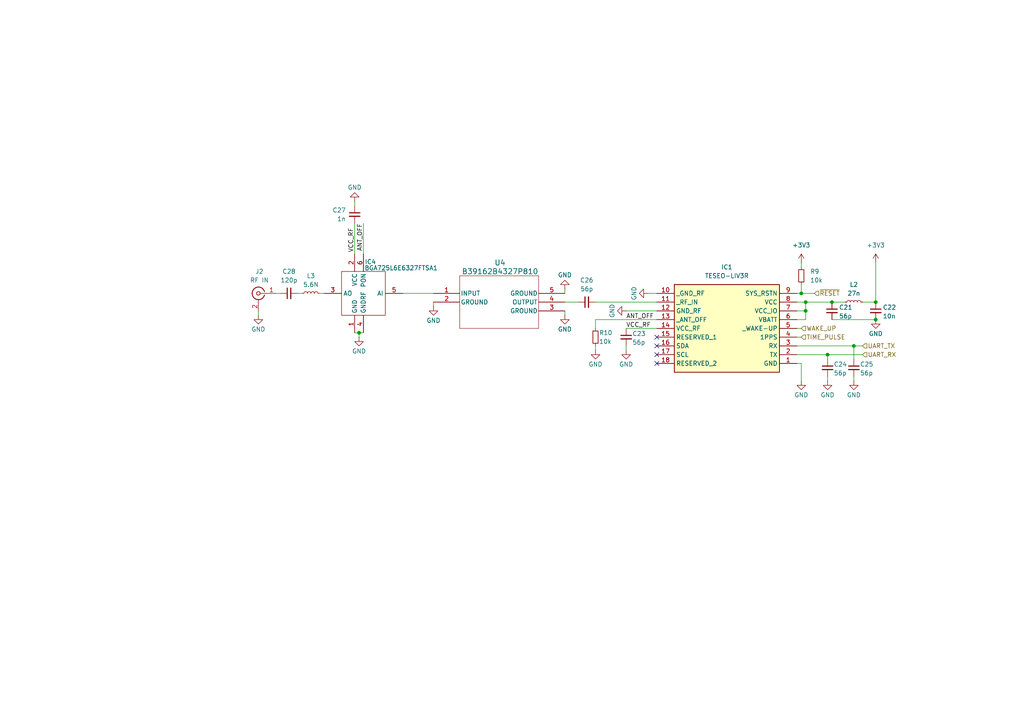
<source format=kicad_sch>
(kicad_sch (version 20231120) (generator "eeschema") (generator_version "8.0")
  (paper "A4")
  (lib_symbols
    (symbol "Connector:Conn_Coaxial" (pin_names (offset 1.016) hide)
      (property "Reference" "J" (at 0.254 3.048 0))
      (property "Value" "Conn_Coaxial" (at 2.921 0 90))
      (symbol "Conn_Coaxial_0_1"
        (arc (start -1.778 -0.508) (mid 0.2311 -1.8066) (end 1.778 0) (stroke (width 0.254)))
        (polyline (pts (xy -2.54 0) (xy -0.508 0)))
        (polyline (pts (xy 0 -2.54) (xy 0 -1.778)))
        (circle (center 0 0) (radius 0.508) (stroke (width 0.2032)))
        (arc (start 1.778 0) (mid 0.2099 1.8101) (end -1.778 0.508) (stroke (width 0.254)))
      )
      (symbol "Conn_Coaxial_1_1"
        (pin passive line (at -5.08 0 0) (length 2.54) (name "In") (number "1"))
        (pin passive line (at 0 -5.08 90) (length 2.54) (name "Ext") (number "2"))
      )
    )
    (symbol "Device:C_Small" (pin_numbers hide) (pin_names (offset 0.254) hide)
      (property "Reference" "C" (at 0.254 1.778 0))
      (property "Value" "C_Small" (at 0.254 -2.032 0))
      (symbol "C_Small_0_1"
        (polyline (pts (xy -1.524 -0.508) (xy 1.524 -0.508)) (stroke (width 0.3302)))
        (polyline (pts (xy -1.524 0.508) (xy 1.524 0.508)) (stroke (width 0.3048)))
      )
      (symbol "C_Small_1_1"
        (pin passive line (at 0 2.54 270) (length 2.032) (name "~") (number "1"))
        (pin passive line (at 0 -2.54 90) (length 2.032) (name "~") (number "2"))
      )
    )
    (symbol "Device:L_Small" (pin_numbers hide) (pin_names (offset 0.254) hide)
      (property "Reference" "L" (at 0.762 1.016 0))
      (property "Value" "L_Small" (at 0.762 -1.016 0))
      (symbol "L_Small_0_1"
        (arc (start 0 -2.032) (mid 0.5058 -1.524) (end 0 -1.016))
        (arc (start 0 -1.016) (mid 0.5058 -0.508) (end 0 0))
        (arc (start 0 0) (mid 0.5058 0.508) (end 0 1.016))
        (arc (start 0 1.016) (mid 0.5058 1.524) (end 0 2.032))
      )
      (symbol "L_Small_1_1"
        (pin passive line (at 0 2.54 270) (length 0.508) (name "~") (number "1"))
        (pin passive line (at 0 -2.54 90) (length 0.508) (name "~") (number "2"))
      )
    )
    (symbol "Device:R_Small" (pin_numbers hide) (pin_names (offset 0.254) hide)
      (property "Reference" "R" (at 0.762 0.508 0))
      (property "Value" "R_Small" (at 0.762 -1.016 0))
      (symbol "R_Small_0_1"
        (rectangle (start -0.762 1.778) (end 0.762 -1.778) (stroke (width 0.2032)))
      )
      (symbol "R_Small_1_1"
        (pin passive line (at 0 2.54 270) (length 0.762) (name "~") (number "1"))
        (pin passive line (at 0 -2.54 90) (length 0.762) (name "~") (number "2"))
      )
    )
    (symbol "power:+3V3" (power) (pin_numbers hide) (pin_names (offset 0) hide)
      (property "Value" "+3V3" (at 0 3.556 0))
      (symbol "+3V3_0_1"
        (polyline (pts (xy -0.762 1.27) (xy 0 2.54)))
        (polyline (pts (xy 0 0) (xy 0 2.54)))
        (polyline (pts (xy 0 2.54) (xy 0.762 1.27)))
      )
      (symbol "+3V3_1_1"
        (pin power_in line (at 0 0 90) (length 0) (name "~") (number "1"))
      )
    )
    (symbol "power:GND" (power) (pin_numbers hide) (pin_names (offset 0) hide)
      (property "Value" "GND" (at 0 -3.81 0))
      (symbol "GND_0_1"
        (polyline (pts (xy 0 0) (xy 0 -1.27) (xy 1.27 -1.27) (xy 0 -2.54) (xy -1.27 -1.27) (xy 0 -1.27)))
      )
      (symbol "GND_1_1"
        (pin power_in line (at 0 0 270) (length 0) (name "~") (number "1"))
      )
    )
    (symbol "sensor_fuser_symbol:B39162B4327P810" (pin_names (offset 0.254))
      (property "Reference" "U4" (at 25.4 10.16 0))
      (property "Value" "B39162B4327P810" (at 25.4 7.62 0))
      (symbol "B39162B4327P810_0_1"
        (polyline (pts (xy 7.62 -10.16) (xy 30.48 -10.16)) (stroke (width 0.127)))
        (polyline (pts (xy 7.62 5.08) (xy 7.62 -10.16)) (stroke (width 0.127)))
        (polyline (pts (xy 30.48 -10.16) (xy 30.48 5.08)) (stroke (width 0.127)))
        (polyline (pts (xy 30.48 5.08) (xy 7.62 5.08)) (stroke (width 0.127)))
        (pin input line (at 0 0 0) (length 7.62) (name "INPUT") (number "1"))
        (pin power_out line (at 0 -2.54 0) (length 7.62) (name "GROUND") (number "2"))
        (pin power_out line (at 38.1 -5.08 180) (length 7.62) (name "GROUND") (number "3"))
        (pin output line (at 38.1 -2.54 180) (length 7.62) (name "OUTPUT") (number "4"))
        (pin power_out line (at 38.1 0 180) (length 7.62) (name "GROUND") (number "5"))
      )
    )
    (symbol "sensor_fuser_symbol:BGA725L6E6327FTSA1"
      (property "Reference" "IC4" (at 16.002 5.334 0))
      (property "Value" "BGA725L6E6327FTSA1" (at 24.892 3.556 0))
      (symbol "BGA725L6E6327FTSA1_0_1"
        (rectangle (start 7.62 2.54) (end 20.32 -10.16))
      )
      (symbol "BGA725L6E6327FTSA1_1_1"
        (pin passive line (at 11.43 -15.24 90) (length 5.08) (name "GND") (number "1"))
        (pin passive line (at 11.43 7.62 270) (length 5.08) (name "VCC") (number "2"))
        (pin passive line (at 2.54 -3.81 0) (length 5.08) (name "AO") (number "3"))
        (pin passive line (at 13.97 -15.24 90) (length 5.08) (name "GNDRF") (number "4"))
        (pin passive line (at 25.4 -3.81 180) (length 5.08) (name "AI") (number "5"))
        (pin passive line (at 13.97 7.62 270) (length 5.08) (name "PON") (number "6"))
      )
    )
    (symbol "sensor_fuser_symbol:TESEO-LIV3R"
      (property "Reference" "IC" (at 36.83 7.62 0))
      (property "Value" "TESEO-LIV3R" (at 36.83 5.08 0))
      (symbol "TESEO-LIV3R_1_1"
        (rectangle (start 5.08 2.54) (end 35.56 -22.86) (stroke (width 0.254)) (fill (type background)))
        (pin passive line (at 40.64 -20.32 180) (length 5.08) (name "GND") (number "1"))
        (pin passive line (at 0 0 0) (length 5.08) (name "_GND_RF") (number "10"))
        (pin passive line (at 0 -2.54 0) (length 5.08) (name "_RF_IN") (number "11"))
        (pin passive line (at 0 -5.08 0) (length 5.08) (name "GND_RF") (number "12"))
        (pin passive line (at 0 -7.62 0) (length 5.08) (name "_ANT_OFF") (number "13"))
        (pin passive line (at 0 -10.16 0) (length 5.08) (name "VCC_RF") (number "14"))
        (pin passive line (at 0 -12.7 0) (length 5.08) (name "RESERVED_1") (number "15"))
        (pin passive line (at 0 -15.24 0) (length 5.08) (name "SDA") (number "16"))
        (pin passive line (at 0 -17.78 0) (length 5.08) (name "SCL") (number "17"))
        (pin passive line (at 0 -20.32 0) (length 5.08) (name "RESERVED_2") (number "18"))
        (pin passive line (at 40.64 -17.78 180) (length 5.08) (name "TX") (number "2"))
        (pin passive line (at 40.64 -15.24 180) (length 5.08) (name "RX") (number "3"))
        (pin passive line (at 40.64 -12.7 180) (length 5.08) (name "1PPS") (number "4"))
        (pin passive line (at 40.64 -10.16 180) (length 5.08) (name "_WAKE-UP") (number "5"))
        (pin passive line (at 40.64 -7.62 180) (length 5.08) (name "VBATT") (number "6"))
        (pin passive line (at 40.64 -5.08 180) (length 5.08) (name "VCC_IO") (number "7"))
        (pin passive line (at 40.64 -2.54 180) (length 5.08) (name "VCC") (number "8"))
        (pin passive line (at 40.64 0 180) (length 5.08) (name "SYS_RSTN") (number "9"))
      )
    )
  )
  (junction (at 104.14 96.52))
  (junction (at 254 92.71))
  (junction (at 233.68 90.17))
  (junction (at 232.41 85.09))
  (junction (at 241.3 87.63))
  (junction (at 254 87.63))
  (junction (at 247.65 100.33))
  (junction (at 240.03 102.87))
  (junction (at 233.68 87.63))
  (no_connect (at 190.5 100.33))
  (no_connect (at 190.5 97.79))
  (no_connect (at 190.5 102.87))
  (no_connect (at 190.5 105.41))
  (wire (pts (xy 181.61 101.6) (xy 181.61 100.33)))
  (wire (pts (xy 232.41 82.55) (xy 232.41 85.09)))
  (wire (pts (xy 125.73 88.9) (xy 125.73 87.63)))
  (wire (pts (xy 86.36 85.09) (xy 87.63 85.09)))
  (wire (pts (xy 92.71 85.09) (xy 93.98 85.09)))
  (wire (pts (xy 172.72 95.25) (xy 172.72 92.71)))
  (wire (pts (xy 104.14 96.52) (xy 105.41 96.52)))
  (wire (pts (xy 80.01 85.09) (xy 81.28 85.09)))
  (wire (pts (xy 187.96 85.09) (xy 190.5 85.09)))
  (wire (pts (xy 233.68 87.63) (xy 231.14 87.63)))
  (wire (pts (xy 233.68 87.63) (xy 241.3 87.63)))
  (wire (pts (xy 247.65 110.49) (xy 247.65 109.22)))
  (wire (pts (xy 231.14 92.71) (xy 233.68 92.71)))
  (wire (pts (xy 163.83 91.44) (xy 163.83 90.17)))
  (wire (pts (xy 105.41 64.77) (xy 105.41 73.66)))
  (wire (pts (xy 102.87 96.52) (xy 104.14 96.52)))
  (wire (pts (xy 231.14 102.87) (xy 240.03 102.87)))
  (wire (pts (xy 250.19 100.33) (xy 247.65 100.33)))
  (wire (pts (xy 240.03 102.87) (xy 240.03 104.14)))
  (wire (pts (xy 231.14 100.33) (xy 247.65 100.33)))
  (wire (pts (xy 181.61 90.17) (xy 190.5 90.17)))
  (wire (pts (xy 172.72 87.63) (xy 190.5 87.63)))
  (wire (pts (xy 240.03 110.49) (xy 240.03 109.22)))
  (wire (pts (xy 240.03 102.87) (xy 250.19 102.87)))
  (wire (pts (xy 172.72 92.71) (xy 190.5 92.71)))
  (wire (pts (xy 163.83 83.82) (xy 163.83 85.09)))
  (wire (pts (xy 102.87 64.77) (xy 102.87 73.66)))
  (wire (pts (xy 104.14 96.52) (xy 104.14 97.79)))
  (wire (pts (xy 116.84 85.09) (xy 125.73 85.09)))
  (wire (pts (xy 233.68 90.17) (xy 233.68 87.63)))
  (wire (pts (xy 172.72 101.6) (xy 172.72 100.33)))
  (wire (pts (xy 163.83 87.63) (xy 167.64 87.63)))
  (wire (pts (xy 232.41 85.09) (xy 231.14 85.09)))
  (wire (pts (xy 245.11 87.63) (xy 241.3 87.63)))
  (wire (pts (xy 231.14 90.17) (xy 233.68 90.17)))
  (wire (pts (xy 181.61 95.25) (xy 190.5 95.25)))
  (wire (pts (xy 102.87 58.42) (xy 102.87 59.69)))
  (wire (pts (xy 233.68 92.71) (xy 233.68 90.17)))
  (wire (pts (xy 232.41 105.41) (xy 231.14 105.41)))
  (wire (pts (xy 236.22 85.09) (xy 232.41 85.09)))
  (wire (pts (xy 232.41 110.49) (xy 232.41 105.41)))
  (wire (pts (xy 232.41 76.2) (xy 232.41 77.47)))
  (wire (pts (xy 232.41 95.25) (xy 231.14 95.25)))
  (wire (pts (xy 74.93 91.44) (xy 74.93 90.17)))
  (wire (pts (xy 241.3 92.71) (xy 254 92.71)))
  (wire (pts (xy 250.19 87.63) (xy 254 87.63)))
  (wire (pts (xy 232.41 97.79) (xy 231.14 97.79)))
  (wire (pts (xy 247.65 100.33) (xy 247.65 104.14)))
  (wire (pts (xy 254 76.2) (xy 254 87.63)))
  (label "ANT_OFF" (at 181.61 92.71 0))
  (label "VCC_RF" (at 181.61 95.25 0))
  (label "ANT_OFF" (at 105.41 64.77 270))
  (label "VCC_RF" (at 102.87 66.04 270))
  (hierarchical_label "UART_RX" (shape input) (at 250.19 102.87 0))
  (hierarchical_label "TIME_PULSE" (shape input) (at 232.41 97.79 0))
  (hierarchical_label "WAKE_UP" (shape input) (at 232.41 95.25 0))
  (hierarchical_label "~{RESET}" (shape input) (at 236.22 85.09 0))
  (hierarchical_label "UART_TX" (shape input) (at 250.19 100.33 0))
  (symbol (lib_id "Device:C_Small") (at 102.87 62.23 0) (unit 1)
    (property "Reference" "C27" (at 100.33 60.9662 0) (effects (justify right)))
    (property "Value" "1n" (at 100.33 63.5062 0) (effects (justify right)))
    (property "Footprint" "Capacitor_SMD:C_0402_1005Metric_Pad0.74x0.62mm_HandSolder" (effects (hide yes)))
    (property "Description" "Unpolarized capacitor, small symbol" (effects (hide yes)))
  )
  (symbol (lib_id "power:+3V3") (at 254 76.2 0) (unit 1)
    (property "Reference" "#PWR048" (effects (hide yes)))
    (property "Value" "+3V3" (at 254 71.12 0))
    (property "Description" "Power symbol creates a global label with name \"+3V3\"" (effects (hide yes)))
  )
  (symbol (lib_id "power:+3V3") (at 232.41 76.2 0) (unit 1)
    (property "Reference" "#PWR067" (effects (hide yes)))
    (property "Value" "+3V3" (at 232.41 71.12 0))
    (property "Description" "Power symbol creates a global label with name \"+3V3\"" (effects (hide yes)))
  )
  (symbol (lib_id "Connector:Conn_Coaxial") (at 74.93 85.09 0) (mirror y) (unit 1)
    (property "Reference" "J2" (at 75.2474 78.74 0))
    (property "Value" "RF IN" (at 75.2474 81.28 0))
    (property "Description" "coaxial connector (BNC, SMA, SMB, SMC, Cinch/RCA, LEMO, ...)" (effects (hide yes)))
  )
  (symbol (lib_id "power:GND") (at 172.72 101.6 0) (unit 1)
    (property "Reference" "#PWR068" (effects (hide yes)))
    (property "Value" "GND" (at 172.72 105.664 0))
    (property "Description" "Power symbol creates a global label with name \"GND\" , ground" (effects (hide yes)))
  )
  (symbol (lib_id "power:GND") (at 102.87 58.42 180) (unit 1)
    (property "Reference" "#PWR073" (effects (hide yes)))
    (property "Value" "GND" (at 102.87 54.356 0))
    (property "Description" "Power symbol creates a global label with name \"GND\" , ground" (effects (hide yes)))
  )
  (symbol (lib_id "Device:C_Small") (at 247.65 106.68 0) (unit 1)
    (property "Reference" "C25" (at 249.428 105.664 0) (effects (justify left)))
    (property "Value" "56p" (at 249.428 108.204 0) (effects (justify left)))
    (property "Footprint" "Capacitor_SMD:C_0402_1005Metric_Pad0.74x0.62mm_HandSolder" (effects (hide yes)))
    (property "Description" "Unpolarized capacitor, small symbol" (effects (hide yes)))
  )
  (symbol (lib_id "power:GND") (at 181.61 90.17 270) (unit 1)
    (property "Reference" "#PWR062" (effects (hide yes)))
    (property "Value" "GND" (at 177.546 90.17 0))
    (property "Description" "Power symbol creates a global label with name \"GND\" , ground" (effects (hide yes)))
  )
  (symbol (lib_id "Device:C_Small") (at 254 90.17 0) (unit 1)
    (property "Reference" "C22" (at 256.032 89.154 0) (effects (justify left)))
    (property "Value" "10n" (at 256.032 91.694 0) (effects (justify left)))
    (property "Footprint" "Capacitor_SMD:C_0402_1005Metric_Pad0.74x0.62mm_HandSolder" (effects (hide yes)))
    (property "Description" "Unpolarized capacitor, small symbol" (effects (hide yes)))
  )
  (symbol (lib_id "Device:R_Small") (at 232.41 80.01 0) (unit 1)
    (property "Reference" "R9" (at 234.95 78.7399 0) (effects (justify left)))
    (property "Value" "10k" (at 234.95 81.2799 0) (effects (justify left)))
    (property "Footprint" "Resistor_SMD:R_0402_1005Metric_Pad0.72x0.64mm_HandSolder" (effects (hide yes)))
    (property "Description" "Resistor, small symbol" (effects (hide yes)))
  )
  (symbol (lib_id "power:GND") (at 163.83 91.44 0) (unit 1)
    (property "Reference" "#PWR070" (effects (hide yes)))
    (property "Value" "GND" (at 163.83 95.504 0))
    (property "Description" "Power symbol creates a global label with name \"GND\" , ground" (effects (hide yes)))
  )
  (symbol (lib_id "power:GND") (at 187.96 85.09 270) (unit 1)
    (property "Reference" "#PWR061" (effects (hide yes)))
    (property "Value" "GND" (at 183.896 85.09 0))
    (property "Description" "Power symbol creates a global label with name \"GND\" , ground" (effects (hide yes)))
  )
  (symbol (lib_id "sensor_fuser_symbol:BGA725L6E6327FTSA1") (at 91.44 81.28 0) (unit 1)
    (property "Reference" "IC4" (at 107.442 75.946 0))
    (property "Value" "BGA725L6E6327FTSA1" (at 116.332 77.724 0))
    (property "Footprint" "sensor_fuser:BGS12SN6E6327XTSA1" (effects (hide yes)))
    (property "Datasheet" "https://www.infineon.com/dgdl/Infineon-BGA725L6-DS-v02_00-en.pdf?fileId=db3a30433784a0400137ef9a4d341f23" (effects (hide yes)))
    (property "Description" "INFINEON - BGA725L6E6327FTSA1 - RF AMP, 20DB, 1.615GHZ, 3.6V, TSLP-6" (effects (hide yes)))
    (property "Manufacturer_Name" "Infineon" (effects (hide yes)))
    (property "Manufacturer_Part_Number" "BGA725L6E6327FTSA1" (effects (hide yes)))
    (property "Mouser Part Number" "726-BGA725L6E6327FTS" (effects (hide yes)))
    (property "Mouser Price/Stock" "https://www.mouser.co.uk/ProductDetail/Infineon-Technologies/BGA725L6E6327FTSA1?qs=4MqXaUMeF57lT69yR2PUGQ%3D%3D" (effects (hide yes)))
    (property "Arrow Part Number" "BGA725L6E6327FTSA1" (effects (hide yes)))
    (property "Arrow Price/Stock" "https://www.arrow.com/en/products/bga725l6e6327ftsa1/infineon-technologies-ag?region=nac" (effects (hide yes)))
  )
  (symbol (lib_id "power:GND") (at 254 92.71 0) (unit 1)
    (property "Reference" "#PWR049" (effects (hide yes)))
    (property "Value" "GND" (at 254 96.774 0))
    (property "Description" "Power symbol creates a global label with name \"GND\" , ground" (effects (hide yes)))
  )
  (symbol (lib_id "Device:C_Small") (at 240.03 106.68 0) (unit 1)
    (property "Reference" "C24" (at 241.808 105.664 0) (effects (justify left)))
    (property "Value" "56p" (at 241.808 108.204 0) (effects (justify left)))
    (property "Footprint" "Capacitor_SMD:C_0402_1005Metric_Pad0.74x0.62mm_HandSolder" (effects (hide yes)))
    (property "Description" "Unpolarized capacitor, small symbol" (effects (hide yes)))
  )
  (symbol (lib_id "Device:C_Small") (at 83.82 85.09 90) (unit 1)
    (property "Reference" "C28" (at 83.8263 78.74 90))
    (property "Value" "120p" (at 83.8263 81.28 90))
    (property "Footprint" "Capacitor_SMD:C_0402_1005Metric_Pad0.74x0.62mm_HandSolder" (effects (hide yes)))
    (property "Description" "Unpolarized capacitor, small symbol" (effects (hide yes)))
  )
  (symbol (lib_id "power:GND") (at 125.73 88.9 0) (unit 1)
    (property "Reference" "#PWR069" (effects (hide yes)))
    (property "Value" "GND" (at 125.73 92.964 0))
    (property "Description" "Power symbol creates a global label with name \"GND\" , ground" (effects (hide yes)))
  )
  (symbol (lib_id "power:GND") (at 74.93 91.44 0) (unit 1)
    (property "Reference" "#PWR074" (effects (hide yes)))
    (property "Value" "GND" (at 74.93 95.504 0))
    (property "Description" "Power symbol creates a global label with name \"GND\" , ground" (effects (hide yes)))
  )
  (symbol (lib_id "Device:L_Small") (at 90.17 85.09 90) (unit 1)
    (property "Reference" "L3" (at 90.17 80.01 90))
    (property "Value" "5.6N" (at 90.17 82.55 90))
    (property "Footprint" "Inductor_SMD:L_0603_1608Metric_Pad1.05x0.95mm_HandSolder" (effects (hide yes)))
    (property "Description" "Inductor, small symbol" (effects (hide yes)))
  )
  (symbol (lib_id "sensor_fuser_symbol:TESEO-LIV3R") (at 190.5 85.09 0) (unit 1)
    (property "Reference" "IC1" (at 210.82 77.47 0))
    (property "Value" "TESEO-LIV3R" (at 210.82 80.01 0))
    (property "Footprint" "sensor_fuser:TESEOLIV3R" (effects (hide yes)))
    (property "Datasheet" "https://www.st.com/resource/en/datasheet/teseo-liv3r.pdf" (effects (hide yes)))
    (property "Description" "- RF Receiver BeiDou, GLONASS, GNSS, GPS 1.561GHz, 1.575MHz -163dBm Not Included 18-LCC (9.7x10.1)" (effects (hide yes)))
    (property "Height" "2.3" (effects (hide yes)))
    (property "Manufacturer_Name" "STMicroelectronics" (effects (hide yes)))
    (property "Manufacturer_Part_Number" "TESEO-LIV3R" (effects (hide yes)))
    (property "Mouser Part Number" "511-TESEO-LIV3R" (effects (hide yes)))
    (property "Mouser Price/Stock" "https://www.mouser.co.uk/ProductDetail/STMicroelectronics/TESEO-LIV3R?qs=ZSypp649SOXG7EmhCFcBlw%3D%3D" (effects (hide yes)))
    (property "Arrow Part Number" "TESEO-LIV3R" (effects (hide yes)))
    (property "Arrow Price/Stock" "https://www.arrow.com/en/products/teseo-liv3r/stmicroelectronics?region=nac" (effects (hide yes)))
  )
  (symbol (lib_id "power:GND") (at 181.61 101.6 0) (unit 1)
    (property "Reference" "#PWR064" (effects (hide yes)))
    (property "Value" "GND" (at 181.61 105.664 0))
    (property "Description" "Power symbol creates a global label with name \"GND\" , ground" (effects (hide yes)))
  )
  (symbol (lib_id "power:GND") (at 232.41 110.49 0) (unit 1)
    (property "Reference" "#PWR047" (effects (hide yes)))
    (property "Value" "GND" (at 232.41 114.554 0))
    (property "Description" "Power symbol creates a global label with name \"GND\" , ground" (effects (hide yes)))
  )
  (symbol (lib_id "Device:R_Small") (at 172.72 97.79 0) (unit 1)
    (property "Reference" "R10" (at 173.736 96.52 0) (effects (justify left)))
    (property "Value" "10k" (at 173.736 99.06 0) (effects (justify left)))
    (property "Footprint" "Resistor_SMD:R_0402_1005Metric_Pad0.72x0.64mm_HandSolder" (effects (hide yes)))
    (property "Description" "Resistor, small symbol" (effects (hide yes)))
  )
  (symbol (lib_id "power:GND") (at 163.83 83.82 180) (unit 1)
    (property "Reference" "#PWR071" (effects (hide yes)))
    (property "Value" "GND" (at 163.83 79.756 0))
    (property "Description" "Power symbol creates a global label with name \"GND\" , ground" (effects (hide yes)))
  )
  (symbol (lib_id "Device:C_Small") (at 170.18 87.63 90) (unit 1)
    (property "Reference" "C26" (at 170.1863 81.28 90))
    (property "Value" "56p" (at 170.1863 83.82 90))
    (property "Footprint" "Capacitor_SMD:C_0402_1005Metric_Pad0.74x0.62mm_HandSolder" (effects (hide yes)))
    (property "Description" "Unpolarized capacitor, small symbol" (effects (hide yes)))
  )
  (symbol (lib_id "power:GND") (at 104.14 97.79 0) (unit 1)
    (property "Reference" "#PWR072" (effects (hide yes)))
    (property "Value" "GND" (at 104.14 101.854 0))
    (property "Description" "Power symbol creates a global label with name \"GND\" , ground" (effects (hide yes)))
  )
  (symbol (lib_id "sensor_fuser_symbol:B39162B4327P810") (at 125.73 85.09 0) (unit 1)
    (property "Reference" "U4" (at 145.034 76.2 0) (effects (font (size 1.524 1.524))))
    (property "Value" "B39162B4327P810" (at 145.034 78.74 0) (effects (font (size 1.524 1.524))))
    (property "Footprint" "sensor_fuser:B39162B4327P810_TDK" (effects (hide yes)))
    (property "Datasheet" "B39162B4327P810" (effects (hide yes)))
  )
  (symbol (lib_id "Device:L_Small") (at 247.65 87.63 90) (unit 1)
    (property "Reference" "L2" (at 247.65 82.55 90))
    (property "Value" "27n" (at 247.65 85.09 90))
    (property "Footprint" "Inductor_SMD:L_0603_1608Metric_Pad1.05x0.95mm_HandSolder" (effects (hide yes)))
    (property "Description" "Inductor, small symbol" (effects (hide yes)))
  )
  (symbol (lib_id "power:GND") (at 240.03 110.49 0) (unit 1)
    (property "Reference" "#PWR065" (effects (hide yes)))
    (property "Value" "GND" (at 240.03 114.554 0))
    (property "Description" "Power symbol creates a global label with name \"GND\" , ground" (effects (hide yes)))
  )
  (symbol (lib_id "Device:C_Small") (at 181.61 97.79 0) (unit 1)
    (property "Reference" "C23" (at 183.388 96.774 0) (effects (justify left)))
    (property "Value" "56p" (at 183.388 99.314 0) (effects (justify left)))
    (property "Footprint" "Capacitor_SMD:C_0402_1005Metric_Pad0.74x0.62mm_HandSolder" (effects (hide yes)))
    (property "Description" "Unpolarized capacitor, small symbol" (effects (hide yes)))
  )
  (symbol (lib_id "Device:C_Small") (at 241.3 90.17 0) (unit 1)
    (property "Reference" "C21" (at 243.332 89.154 0) (effects (justify left)))
    (property "Value" "56p" (at 243.332 91.694 0) (effects (justify left)))
    (property "Footprint" "Capacitor_SMD:C_0402_1005Metric_Pad0.74x0.62mm_HandSolder" (effects (hide yes)))
    (property "Description" "Unpolarized capacitor, small symbol" (effects (hide yes)))
  )
  (symbol (lib_id "power:GND") (at 247.65 110.49 0) (unit 1)
    (property "Reference" "#PWR066" (effects (hide yes)))
    (property "Value" "GND" (at 247.65 114.554 0))
    (property "Description" "Power symbol creates a global label with name \"GND\" , ground" (effects (hide yes)))
  )
)
</source>
